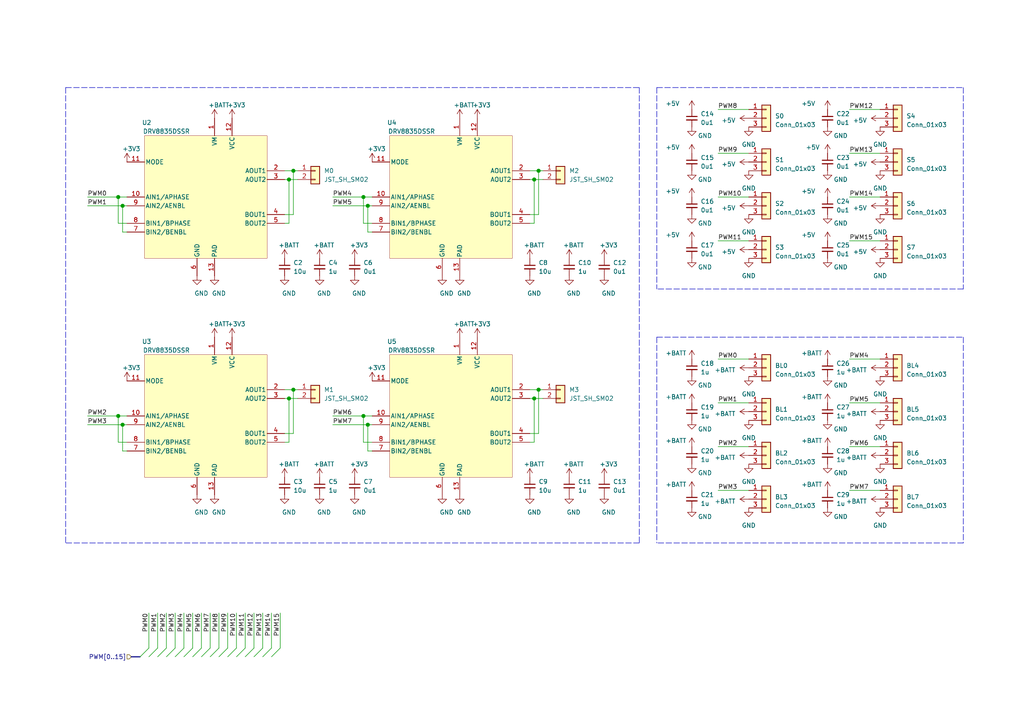
<source format=kicad_sch>
(kicad_sch (version 20210406) (generator eeschema)
  (paper "A4")
  (lib_symbols
    (symbol "Connector_Generic:Conn_01x02" (pin_names hide)
      (property "Reference" "J" (at 0 2.54 0))
      (property "Value" "Conn_01x02" (at 0 -5.08 0))
      (symbol "Conn_01x02_1_1"
        (rectangle (start -1.27 -2.413) (end 0 -2.667) (stroke (width 0.1524)))
        (rectangle (start -1.27 0.127) (end 0 -0.127) (stroke (width 0.1524)))
        (rectangle (start -1.27 1.27) (end 1.27 -3.81) (stroke (width 0.254)) (fill (type background)))
        (pin passive line (at -5.08 0 0) (length 3.81) (name "Pin_1") (number "1"))
        (pin passive line (at -5.08 -2.54 0) (length 3.81) (name "Pin_2") (number "2"))
      )
    )
    (symbol "Connector_Generic:Conn_01x03" (pin_names (offset 1.016) hide)
      (property "Reference" "J" (at 0 5.08 0))
      (property "Value" "Conn_01x03" (at 0 -5.08 0))
      (symbol "Conn_01x03_1_1"
        (rectangle (start -1.27 -2.413) (end 0 -2.667) (stroke (width 0.1524)))
        (rectangle (start -1.27 0.127) (end 0 -0.127) (stroke (width 0.1524)))
        (rectangle (start -1.27 2.667) (end 0 2.413) (stroke (width 0.1524)))
        (rectangle (start -1.27 3.81) (end 1.27 -3.81) (stroke (width 0.254)) (fill (type background)))
        (pin passive line (at -5.08 2.54 0) (length 3.81) (name "Pin_1") (number "1"))
        (pin passive line (at -5.08 0 0) (length 3.81) (name "Pin_2") (number "2"))
        (pin passive line (at -5.08 -2.54 0) (length 3.81) (name "Pin_3") (number "3"))
      )
    )
    (symbol "Device:C_Small" (pin_numbers hide) (pin_names (offset 0.254) hide)
      (property "Reference" "C" (at 0.254 1.778 0))
      (property "Value" "C_Small" (at 0.254 -2.032 0))
      (symbol "C_Small_0_1"
        (polyline (pts (xy -1.524 -0.508) (xy 1.524 -0.508)) (stroke (width 0.3302)))
        (polyline (pts (xy -1.524 0.508) (xy 1.524 0.508)) (stroke (width 0.3048)))
      )
      (symbol "C_Small_1_1"
        (pin passive line (at 0 2.54 270) (length 2.032) (name "~") (number "1"))
        (pin passive line (at 0 -2.54 90) (length 2.032) (name "~") (number "2"))
      )
    )
    (symbol "TI_Motor-Driver:DRV8835DSSR" (pin_names (offset 0.254))
      (property "Reference" "U" (at -11.43 21.59 0))
      (property "Value" "DRV8835DSSR" (at -11.43 19.05 0))
      (symbol "DRV8835DSSR_1_1"
        (rectangle (start -17.78 17.78) (end 17.78 -17.78) (stroke (width 0.0006)) (fill (type background)))
        (pin power_in line (at 2.54 22.86 270) (length 5.08) (name "VM") (number "1"))
        (pin input line (at -22.86 0 0) (length 5.08) (name "AIN1/APHASE") (number "10"))
        (pin input line (at -22.86 10.16 0) (length 5.08) (name "MODE") (number "11"))
        (pin power_in line (at 7.62 22.86 270) (length 5.08) (name "VCC") (number "12"))
        (pin power_in line (at 2.54 -22.86 90) (length 5.08) (name "PAD") (number "13"))
        (pin output line (at 22.86 7.62 180) (length 5.08) (name "AOUT1") (number "2"))
        (pin output line (at 22.86 5.08 180) (length 5.08) (name "AOUT2") (number "3"))
        (pin output line (at 22.86 -5.08 180) (length 5.08) (name "BOUT1") (number "4"))
        (pin output line (at 22.86 -7.62 180) (length 5.08) (name "BOUT2") (number "5"))
        (pin power_in line (at -2.54 -22.86 90) (length 5.08) (name "GND") (number "6"))
        (pin input line (at -22.86 -10.16 0) (length 5.08) (name "BIN2/BENBL") (number "7"))
        (pin input line (at -22.86 -7.62 0) (length 5.08) (name "BIN1/BPHASE") (number "8"))
        (pin input line (at -22.86 -2.54 0) (length 5.08) (name "AIN2/AENBL") (number "9"))
      )
    )
    (symbol "power:+3V3" (power) (pin_names (offset 0))
      (property "Value" "+3V3" (at 0 3.556 0))
      (symbol "+3V3_0_1"
        (polyline (pts (xy -0.762 1.27) (xy 0 2.54)))
        (polyline (pts (xy 0 0) (xy 0 2.54)))
        (polyline (pts (xy 0 2.54) (xy 0.762 1.27)))
      )
      (symbol "+3V3_1_1"
        (pin power_in line (at 0 0 90) (length 0) hide (name "+3V3") (number "1"))
      )
    )
    (symbol "power:+5V" (power) (pin_names (offset 0))
      (property "Value" "+5V" (at 0 3.556 0))
      (symbol "+5V_0_1"
        (polyline (pts (xy -0.762 1.27) (xy 0 2.54)))
        (polyline (pts (xy 0 0) (xy 0 2.54)))
        (polyline (pts (xy 0 2.54) (xy 0.762 1.27)))
      )
      (symbol "+5V_1_1"
        (pin power_in line (at 0 0 90) (length 0) hide (name "+5V") (number "1"))
      )
    )
    (symbol "power:+BATT" (power) (pin_names (offset 0))
      (property "Value" "+BATT" (at 0 3.556 0))
      (symbol "+BATT_0_1"
        (polyline (pts (xy -0.762 1.27) (xy 0 2.54)))
        (polyline (pts (xy 0 0) (xy 0 2.54)))
        (polyline (pts (xy 0 2.54) (xy 0.762 1.27)))
      )
      (symbol "+BATT_1_1"
        (pin power_in line (at 0 0 90) (length 0) hide (name "+BATT") (number "1"))
      )
    )
    (symbol "power:GND" (power) (pin_names (offset 0))
      (property "Value" "GND" (at 0 -3.81 0))
      (symbol "GND_0_1"
        (polyline (pts (xy 0 0) (xy 0 -1.27) (xy 1.27 -1.27) (xy 0 -2.54) (xy -1.27 -1.27) (xy 0 -1.27)))
      )
      (symbol "GND_1_1"
        (pin power_in line (at 0 0 270) (length 0) hide (name "GND") (number "1"))
      )
    )
  )
  (junction (at 34.29 57.15) (diameter 1.016))
  (junction (at 34.29 120.65) (diameter 1.016))
  (junction (at 35.56 59.69) (diameter 1.016))
  (junction (at 35.56 123.19) (diameter 1.016))
  (junction (at 83.82 52.07) (diameter 1.016))
  (junction (at 83.82 115.57) (diameter 1.016))
  (junction (at 85.09 49.53) (diameter 1.016))
  (junction (at 85.09 113.03) (diameter 1.016))
  (junction (at 105.41 57.15) (diameter 1.016))
  (junction (at 105.41 120.65) (diameter 1.016))
  (junction (at 106.68 59.69) (diameter 1.016))
  (junction (at 106.68 123.19) (diameter 1.016))
  (junction (at 154.94 52.07) (diameter 1.016))
  (junction (at 154.94 115.57) (diameter 1.016))
  (junction (at 156.21 49.53) (diameter 1.016))
  (junction (at 156.21 113.03) (diameter 1.016))
  (bus_entry (at 40.64 190.5) (size 2.54 -2.54) (stroke (width 0.1524)))
  (bus_entry (at 43.18 190.5) (size 2.54 -2.54) (stroke (width 0.1524)))
  (bus_entry (at 45.72 190.5) (size 2.54 -2.54) (stroke (width 0.1524)))
  (bus_entry (at 48.26 190.5) (size 2.54 -2.54) (stroke (width 0.1524)))
  (bus_entry (at 50.8 190.5) (size 2.54 -2.54) (stroke (width 0.1524)))
  (bus_entry (at 53.34 190.5) (size 2.54 -2.54) (stroke (width 0.1524)))
  (bus_entry (at 55.88 190.5) (size 2.54 -2.54) (stroke (width 0.1524)))
  (bus_entry (at 58.42 190.5) (size 2.54 -2.54) (stroke (width 0.1524)))
  (bus_entry (at 60.96 190.5) (size 2.54 -2.54) (stroke (width 0.1524)))
  (bus_entry (at 63.5 190.5) (size 2.54 -2.54) (stroke (width 0.1524)))
  (bus_entry (at 66.04 190.5) (size 2.54 -2.54) (stroke (width 0.1524)))
  (bus_entry (at 68.58 190.5) (size 2.54 -2.54) (stroke (width 0.1524)))
  (bus_entry (at 71.12 190.5) (size 2.54 -2.54) (stroke (width 0.1524)))
  (bus_entry (at 73.66 190.5) (size 2.54 -2.54) (stroke (width 0.1524)))
  (bus_entry (at 76.2 190.5) (size 2.54 -2.54) (stroke (width 0.1524)))
  (bus_entry (at 78.74 190.5) (size 2.54 -2.54) (stroke (width 0.1524)))
  (wire (pts (xy 25.4 57.15) (xy 34.29 57.15)))
  (wire (pts (xy 25.4 59.69) (xy 35.56 59.69)))
  (wire (pts (xy 25.4 120.65) (xy 34.29 120.65)))
  (wire (pts (xy 25.4 123.19) (xy 35.56 123.19)))
  (wire (pts (xy 34.29 57.15) (xy 36.83 57.15)))
  (wire (pts (xy 34.29 64.77) (xy 34.29 57.15)))
  (wire (pts (xy 34.29 120.65) (xy 36.83 120.65)))
  (wire (pts (xy 34.29 128.27) (xy 34.29 120.65)))
  (wire (pts (xy 35.56 59.69) (xy 35.56 67.31)))
  (wire (pts (xy 35.56 67.31) (xy 36.83 67.31)))
  (wire (pts (xy 35.56 123.19) (xy 35.56 130.81)))
  (wire (pts (xy 35.56 130.81) (xy 36.83 130.81)))
  (wire (pts (xy 36.83 59.69) (xy 35.56 59.69)))
  (wire (pts (xy 36.83 64.77) (xy 34.29 64.77)))
  (wire (pts (xy 36.83 123.19) (xy 35.56 123.19)))
  (wire (pts (xy 36.83 128.27) (xy 34.29 128.27)))
  (wire (pts (xy 43.18 177.8) (xy 43.18 187.96)))
  (wire (pts (xy 45.72 177.8) (xy 45.72 187.96)))
  (wire (pts (xy 48.26 177.8) (xy 48.26 187.96)))
  (wire (pts (xy 50.8 177.8) (xy 50.8 187.96)))
  (wire (pts (xy 53.34 177.8) (xy 53.34 187.96)))
  (wire (pts (xy 55.88 177.8) (xy 55.88 187.96)))
  (wire (pts (xy 58.42 177.8) (xy 58.42 187.96)))
  (wire (pts (xy 60.96 177.8) (xy 60.96 187.96)))
  (wire (pts (xy 63.5 177.8) (xy 63.5 187.96)))
  (wire (pts (xy 66.04 177.8) (xy 66.04 187.96)))
  (wire (pts (xy 68.58 177.8) (xy 68.58 187.96)))
  (wire (pts (xy 71.12 177.8) (xy 71.12 187.96)))
  (wire (pts (xy 73.66 177.8) (xy 73.66 187.96)))
  (wire (pts (xy 76.2 177.8) (xy 76.2 187.96)))
  (wire (pts (xy 78.74 177.8) (xy 78.74 187.96)))
  (wire (pts (xy 81.28 177.8) (xy 81.28 187.96)))
  (wire (pts (xy 82.55 49.53) (xy 85.09 49.53)))
  (wire (pts (xy 82.55 52.07) (xy 83.82 52.07)))
  (wire (pts (xy 82.55 113.03) (xy 85.09 113.03)))
  (wire (pts (xy 82.55 115.57) (xy 83.82 115.57)))
  (wire (pts (xy 83.82 52.07) (xy 83.82 64.77)))
  (wire (pts (xy 83.82 52.07) (xy 86.36 52.07)))
  (wire (pts (xy 83.82 64.77) (xy 82.55 64.77)))
  (wire (pts (xy 83.82 115.57) (xy 83.82 128.27)))
  (wire (pts (xy 83.82 115.57) (xy 86.36 115.57)))
  (wire (pts (xy 83.82 128.27) (xy 82.55 128.27)))
  (wire (pts (xy 85.09 49.53) (xy 85.09 62.23)))
  (wire (pts (xy 85.09 49.53) (xy 86.36 49.53)))
  (wire (pts (xy 85.09 62.23) (xy 82.55 62.23)))
  (wire (pts (xy 85.09 113.03) (xy 85.09 125.73)))
  (wire (pts (xy 85.09 113.03) (xy 86.36 113.03)))
  (wire (pts (xy 85.09 125.73) (xy 82.55 125.73)))
  (wire (pts (xy 96.52 57.15) (xy 105.41 57.15)))
  (wire (pts (xy 96.52 59.69) (xy 106.68 59.69)))
  (wire (pts (xy 96.52 120.65) (xy 105.41 120.65)))
  (wire (pts (xy 96.52 123.19) (xy 106.68 123.19)))
  (wire (pts (xy 105.41 57.15) (xy 105.41 64.77)))
  (wire (pts (xy 105.41 64.77) (xy 107.95 64.77)))
  (wire (pts (xy 105.41 120.65) (xy 105.41 128.27)))
  (wire (pts (xy 105.41 128.27) (xy 107.95 128.27)))
  (wire (pts (xy 106.68 59.69) (xy 106.68 67.31)))
  (wire (pts (xy 106.68 67.31) (xy 107.95 67.31)))
  (wire (pts (xy 106.68 123.19) (xy 106.68 130.81)))
  (wire (pts (xy 106.68 130.81) (xy 107.95 130.81)))
  (wire (pts (xy 107.95 57.15) (xy 105.41 57.15)))
  (wire (pts (xy 107.95 59.69) (xy 106.68 59.69)))
  (wire (pts (xy 107.95 120.65) (xy 105.41 120.65)))
  (wire (pts (xy 107.95 123.19) (xy 106.68 123.19)))
  (wire (pts (xy 153.67 49.53) (xy 156.21 49.53)))
  (wire (pts (xy 153.67 52.07) (xy 154.94 52.07)))
  (wire (pts (xy 153.67 113.03) (xy 156.21 113.03)))
  (wire (pts (xy 153.67 115.57) (xy 154.94 115.57)))
  (wire (pts (xy 154.94 52.07) (xy 154.94 64.77)))
  (wire (pts (xy 154.94 52.07) (xy 157.48 52.07)))
  (wire (pts (xy 154.94 64.77) (xy 153.67 64.77)))
  (wire (pts (xy 154.94 115.57) (xy 154.94 128.27)))
  (wire (pts (xy 154.94 115.57) (xy 157.48 115.57)))
  (wire (pts (xy 154.94 128.27) (xy 153.67 128.27)))
  (wire (pts (xy 156.21 49.53) (xy 156.21 62.23)))
  (wire (pts (xy 156.21 49.53) (xy 157.48 49.53)))
  (wire (pts (xy 156.21 62.23) (xy 153.67 62.23)))
  (wire (pts (xy 156.21 113.03) (xy 156.21 125.73)))
  (wire (pts (xy 156.21 113.03) (xy 157.48 113.03)))
  (wire (pts (xy 156.21 125.73) (xy 153.67 125.73)))
  (wire (pts (xy 208.28 31.75) (xy 217.17 31.75)))
  (wire (pts (xy 208.28 44.45) (xy 217.17 44.45)))
  (wire (pts (xy 208.28 57.15) (xy 217.17 57.15)))
  (wire (pts (xy 208.28 69.85) (xy 217.17 69.85)))
  (wire (pts (xy 208.28 104.14) (xy 217.17 104.14)))
  (wire (pts (xy 208.28 116.84) (xy 217.17 116.84)))
  (wire (pts (xy 208.28 129.54) (xy 217.17 129.54)))
  (wire (pts (xy 208.28 142.24) (xy 217.17 142.24)))
  (wire (pts (xy 246.38 31.75) (xy 255.27 31.75)))
  (wire (pts (xy 246.38 44.45) (xy 255.27 44.45)))
  (wire (pts (xy 246.38 57.15) (xy 255.27 57.15)))
  (wire (pts (xy 246.38 69.85) (xy 255.27 69.85)))
  (wire (pts (xy 246.38 104.14) (xy 255.27 104.14)))
  (wire (pts (xy 246.38 116.84) (xy 255.27 116.84)))
  (wire (pts (xy 246.38 129.54) (xy 255.27 129.54)))
  (wire (pts (xy 246.38 142.24) (xy 255.27 142.24)))
  (bus (pts (xy 38.1 190.5) (xy 78.74 190.5)))
  (polyline (pts (xy 19.05 25.4) (xy 19.05 157.48)) (stroke (width 0) (type dash)))
  (polyline (pts (xy 19.05 25.4) (xy 185.42 25.4)) (stroke (width 0) (type dash)))
  (polyline (pts (xy 185.42 25.4) (xy 185.42 157.48)) (stroke (width 0) (type dash)))
  (polyline (pts (xy 185.42 157.48) (xy 19.05 157.48)) (stroke (width 0) (type dash)))
  (polyline (pts (xy 190.5 25.4) (xy 190.5 83.82)) (stroke (width 0) (type dash)))
  (polyline (pts (xy 190.5 25.4) (xy 279.4 25.4)) (stroke (width 0) (type dash)))
  (polyline (pts (xy 190.5 97.79) (xy 190.5 157.48)) (stroke (width 0) (type dash)))
  (polyline (pts (xy 190.5 97.79) (xy 279.4 97.79)) (stroke (width 0) (type dash)))
  (polyline (pts (xy 279.4 25.4) (xy 279.4 83.82)) (stroke (width 0) (type dash)))
  (polyline (pts (xy 279.4 83.82) (xy 190.5 83.82)) (stroke (width 0) (type dash)))
  (polyline (pts (xy 279.4 97.79) (xy 279.4 157.48)) (stroke (width 0) (type dash)))
  (polyline (pts (xy 279.4 157.48) (xy 190.5 157.48)) (stroke (width 0) (type dash)))
  (label "PWM0" (at 25.4 57.15 0))
  (label "PWM1" (at 25.4 59.69 0))
  (label "PWM2" (at 25.4 120.65 0))
  (label "PWM3" (at 25.4 123.19 0))
  (label "PWM0" (at 43.18 177.8 270))
  (label "PWM1" (at 45.72 177.8 270))
  (label "PWM2" (at 48.26 177.8 270))
  (label "PWM3" (at 50.8 177.8 270))
  (label "PWM4" (at 53.34 177.8 270))
  (label "PWM5" (at 55.88 177.8 270))
  (label "PWM6" (at 58.42 177.8 270))
  (label "PWM7" (at 60.96 177.8 270))
  (label "PWM8" (at 63.5 177.8 270))
  (label "PWM9" (at 66.04 177.8 270))
  (label "PWM10" (at 68.58 177.8 270))
  (label "PWM11" (at 71.12 177.8 270))
  (label "PWM12" (at 73.66 177.8 270))
  (label "PWM13" (at 76.2 177.8 270))
  (label "PWM14" (at 78.74 177.8 270))
  (label "PWM15" (at 81.28 177.8 270))
  (label "PWM4" (at 96.52 57.15 0))
  (label "PWM5" (at 96.52 59.69 0))
  (label "PWM6" (at 96.52 120.65 0))
  (label "PWM7" (at 96.52 123.19 0))
  (label "PWM8" (at 208.28 31.75 0))
  (label "PWM9" (at 208.28 44.45 0))
  (label "PWM10" (at 208.28 57.15 0))
  (label "PWM11" (at 208.28 69.85 0))
  (label "PWM0" (at 208.28 104.14 0))
  (label "PWM1" (at 208.28 116.84 0))
  (label "PWM2" (at 208.28 129.54 0))
  (label "PWM3" (at 208.28 142.24 0))
  (label "PWM12" (at 246.38 31.75 0))
  (label "PWM13" (at 246.38 44.45 0))
  (label "PWM14" (at 246.38 57.15 0))
  (label "PWM15" (at 246.38 69.85 0))
  (label "PWM4" (at 246.38 104.14 0))
  (label "PWM5" (at 246.38 116.84 0))
  (label "PWM6" (at 246.38 129.54 0))
  (label "PWM7" (at 246.38 142.24 0))
  (hierarchical_label "PWM[0..15]" (shape input) (at 38.1 190.5 180))
  (symbol (lib_id "power:+3V3") (at 36.83 46.99 0) (unit 1)
    (property "Reference" "#PWR0128" (effects hide))
    (property "Value" "+3V3" (at 38.1 43.18 0))
  )
  (symbol (lib_id "power:+3V3") (at 36.83 110.49 0) (unit 1)
    (property "Reference" "#PWR0130" (effects hide))
    (property "Value" "+3V3" (at 38.1 106.68 0))
  )
  (symbol (lib_id "power:+BATT") (at 62.23 34.29 0) (unit 1)
    (property "Reference" "#PWR0124" (effects hide))
    (property "Value" "+BATT" (at 63.5 30.48 0))
  )
  (symbol (lib_id "power:+BATT") (at 62.23 97.79 0) (unit 1)
    (property "Reference" "#PWR0126" (effects hide))
    (property "Value" "+BATT" (at 63.5 93.98 0))
  )
  (symbol (lib_id "power:+3V3") (at 67.31 34.29 0) (unit 1)
    (property "Reference" "#PWR0123" (effects hide))
    (property "Value" "+3V3" (at 68.58 30.48 0))
  )
  (symbol (lib_id "power:+3V3") (at 67.31 97.79 0) (unit 1)
    (property "Reference" "#PWR0127" (effects hide))
    (property "Value" "+3V3" (at 68.58 93.98 0))
  )
  (symbol (lib_id "power:+BATT") (at 82.55 74.93 0) (unit 1)
    (property "Reference" "#PWR0153" (effects hide))
    (property "Value" "+BATT" (at 83.82 71.12 0))
  )
  (symbol (lib_id "power:+BATT") (at 82.55 138.43 0) (unit 1)
    (property "Reference" "#PWR0161" (effects hide))
    (property "Value" "+BATT" (at 83.82 134.62 0))
  )
  (symbol (lib_id "power:+BATT") (at 92.71 74.93 0) (unit 1)
    (property "Reference" "#PWR0142" (effects hide))
    (property "Value" "+BATT" (at 93.98 71.12 0))
  )
  (symbol (lib_id "power:+BATT") (at 92.71 138.43 0) (unit 1)
    (property "Reference" "#PWR0150" (effects hide))
    (property "Value" "+BATT" (at 93.98 134.62 0))
  )
  (symbol (lib_id "power:+3V3") (at 102.87 74.93 0) (unit 1)
    (property "Reference" "#PWR0138" (effects hide))
    (property "Value" "+3V3" (at 104.14 71.12 0))
  )
  (symbol (lib_id "power:+3V3") (at 102.87 138.43 0) (unit 1)
    (property "Reference" "#PWR0151" (effects hide))
    (property "Value" "+3V3" (at 104.14 134.62 0))
  )
  (symbol (lib_id "power:+3V3") (at 107.95 46.99 0) (unit 1)
    (property "Reference" "#PWR0152" (effects hide))
    (property "Value" "+3V3" (at 109.22 43.18 0))
  )
  (symbol (lib_id "power:+3V3") (at 107.95 110.49 0) (unit 1)
    (property "Reference" "#PWR0166" (effects hide))
    (property "Value" "+3V3" (at 109.22 106.68 0))
  )
  (symbol (lib_id "power:+BATT") (at 133.35 34.29 0) (unit 1)
    (property "Reference" "#PWR0147" (effects hide))
    (property "Value" "+BATT" (at 134.62 30.48 0))
  )
  (symbol (lib_id "power:+BATT") (at 133.35 97.79 0) (unit 1)
    (property "Reference" "#PWR0136" (effects hide))
    (property "Value" "+BATT" (at 134.62 93.98 0))
  )
  (symbol (lib_id "power:+3V3") (at 138.43 34.29 0) (unit 1)
    (property "Reference" "#PWR0144" (effects hide))
    (property "Value" "+3V3" (at 139.7 30.48 0))
  )
  (symbol (lib_id "power:+3V3") (at 138.43 97.79 0) (unit 1)
    (property "Reference" "#PWR0135" (effects hide))
    (property "Value" "+3V3" (at 139.7 93.98 0))
  )
  (symbol (lib_id "power:+BATT") (at 153.67 74.93 0) (unit 1)
    (property "Reference" "#PWR0143" (effects hide))
    (property "Value" "+BATT" (at 154.94 71.12 0))
  )
  (symbol (lib_id "power:+BATT") (at 153.67 138.43 0) (unit 1)
    (property "Reference" "#PWR0154" (effects hide))
    (property "Value" "+BATT" (at 154.94 134.62 0))
  )
  (symbol (lib_id "power:+BATT") (at 165.1 74.93 0) (unit 1)
    (property "Reference" "#PWR0146" (effects hide))
    (property "Value" "+BATT" (at 166.37 71.12 0))
  )
  (symbol (lib_id "power:+BATT") (at 165.1 138.43 0) (unit 1)
    (property "Reference" "#PWR0156" (effects hide))
    (property "Value" "+BATT" (at 166.37 134.62 0))
  )
  (symbol (lib_id "power:+3V3") (at 175.26 74.93 0) (unit 1)
    (property "Reference" "#PWR0145" (effects hide))
    (property "Value" "+3V3" (at 176.53 71.12 0))
  )
  (symbol (lib_id "power:+3V3") (at 175.26 138.43 0) (unit 1)
    (property "Reference" "#PWR0158" (effects hide))
    (property "Value" "+3V3" (at 176.53 134.62 0))
  )
  (symbol (lib_id "power:+5V") (at 200.66 31.75 0) (unit 1)
    (property "Reference" "#PWR0188" (effects hide))
    (property "Value" "+5V" (at 193.04 30.0354 0) (effects (justify left)))
  )
  (symbol (lib_id "power:+5V") (at 200.66 44.45 0) (unit 1)
    (property "Reference" "#PWR0190" (effects hide))
    (property "Value" "+5V" (at 193.04 42.7354 0) (effects (justify left)))
  )
  (symbol (lib_id "power:+5V") (at 200.66 57.15 0) (unit 1)
    (property "Reference" "#PWR0192" (effects hide))
    (property "Value" "+5V" (at 193.04 55.4354 0) (effects (justify left)))
  )
  (symbol (lib_id "power:+5V") (at 200.66 69.85 0) (unit 1)
    (property "Reference" "#PWR0194" (effects hide))
    (property "Value" "+5V" (at 193.04 68.1354 0) (effects (justify left)))
  )
  (symbol (lib_id "power:+BATT") (at 200.66 104.14 0) (unit 1)
    (property "Reference" "#PWR0228" (effects hide))
    (property "Value" "+BATT" (at 193.04 102.4254 0) (effects (justify left)))
  )
  (symbol (lib_id "power:+BATT") (at 200.66 116.84 0) (unit 1)
    (property "Reference" "#PWR0222" (effects hide))
    (property "Value" "+BATT" (at 193.04 115.1254 0) (effects (justify left)))
  )
  (symbol (lib_id "power:+BATT") (at 200.66 129.54 0) (unit 1)
    (property "Reference" "#PWR0219" (effects hide))
    (property "Value" "+BATT" (at 193.04 127.8254 0) (effects (justify left)))
  )
  (symbol (lib_id "power:+BATT") (at 200.66 142.24 0) (unit 1)
    (property "Reference" "#PWR0220" (effects hide))
    (property "Value" "+BATT" (at 193.04 140.5254 0) (effects (justify left)))
  )
  (symbol (lib_id "power:+5V") (at 217.17 34.29 90) (unit 1)
    (property "Reference" "#PWR0184" (effects hide))
    (property "Value" "+5V" (at 213.36 34.9249 90) (effects (justify left)))
  )
  (symbol (lib_id "power:+5V") (at 217.17 46.99 90) (unit 1)
    (property "Reference" "#PWR0197" (effects hide))
    (property "Value" "+5V" (at 213.36 47.6249 90) (effects (justify left)))
  )
  (symbol (lib_id "power:+5V") (at 217.17 59.69 90) (unit 1)
    (property "Reference" "#PWR0171" (effects hide))
    (property "Value" "+5V" (at 213.36 60.3249 90) (effects (justify left)))
  )
  (symbol (lib_id "power:+5V") (at 217.17 72.39 90) (unit 1)
    (property "Reference" "#PWR0170" (effects hide))
    (property "Value" "+5V" (at 213.36 73.0249 90) (effects (justify left)))
  )
  (symbol (lib_id "power:+BATT") (at 217.17 106.68 90) (unit 1)
    (property "Reference" "#PWR0201" (effects hide))
    (property "Value" "+BATT" (at 213.36 107.3149 90) (effects (justify left)))
  )
  (symbol (lib_id "power:+BATT") (at 217.17 119.38 90) (unit 1)
    (property "Reference" "#PWR0208" (effects hide))
    (property "Value" "+BATT" (at 213.36 120.0149 90) (effects (justify left)))
  )
  (symbol (lib_id "power:+BATT") (at 217.17 132.08 90) (unit 1)
    (property "Reference" "#PWR0210" (effects hide))
    (property "Value" "+BATT" (at 213.36 132.7149 90) (effects (justify left)))
  )
  (symbol (lib_id "power:+BATT") (at 217.17 144.78 90) (unit 1)
    (property "Reference" "#PWR0206" (effects hide))
    (property "Value" "+BATT" (at 213.36 145.4149 90) (effects (justify left)))
  )
  (symbol (lib_id "power:+5V") (at 240.03 31.75 0) (unit 1)
    (property "Reference" "#PWR0173" (effects hide))
    (property "Value" "+5V" (at 232.41 30.0354 0) (effects (justify left)))
  )
  (symbol (lib_id "power:+5V") (at 240.03 44.45 0) (unit 1)
    (property "Reference" "#PWR0174" (effects hide))
    (property "Value" "+5V" (at 233.68 42.7354 0) (effects (justify left)))
  )
  (symbol (lib_id "power:+5V") (at 240.03 57.15 0) (unit 1)
    (property "Reference" "#PWR0177" (effects hide))
    (property "Value" "+5V" (at 232.41 55.4354 0) (effects (justify left)))
  )
  (symbol (lib_id "power:+5V") (at 240.03 69.85 0) (unit 1)
    (property "Reference" "#PWR0178" (effects hide))
    (property "Value" "+5V" (at 232.41 68.1354 0) (effects (justify left)))
  )
  (symbol (lib_id "power:+BATT") (at 240.03 104.14 0) (unit 1)
    (property "Reference" "#PWR0227" (effects hide))
    (property "Value" "+BATT" (at 232.41 102.4254 0) (effects (justify left)))
  )
  (symbol (lib_id "power:+BATT") (at 240.03 116.84 0) (unit 1)
    (property "Reference" "#PWR0203" (effects hide))
    (property "Value" "+BATT" (at 232.41 115.1254 0) (effects (justify left)))
  )
  (symbol (lib_id "power:+BATT") (at 240.03 129.54 0) (unit 1)
    (property "Reference" "#PWR0213" (effects hide))
    (property "Value" "+BATT" (at 232.41 127.8254 0) (effects (justify left)))
  )
  (symbol (lib_id "power:+BATT") (at 240.03 142.24 0) (unit 1)
    (property "Reference" "#PWR0200" (effects hide))
    (property "Value" "+BATT" (at 232.41 140.5254 0) (effects (justify left)))
  )
  (symbol (lib_id "power:+5V") (at 255.27 34.29 90) (unit 1)
    (property "Reference" "#PWR0180" (effects hide))
    (property "Value" "+5V" (at 251.46 34.9249 90) (effects (justify left)))
  )
  (symbol (lib_id "power:+5V") (at 255.27 46.99 90) (unit 1)
    (property "Reference" "#PWR0179" (effects hide))
    (property "Value" "+5V" (at 251.46 47.6249 90) (effects (justify left)))
  )
  (symbol (lib_id "power:+5V") (at 255.27 59.69 90) (unit 1)
    (property "Reference" "#PWR0175" (effects hide))
    (property "Value" "+5V" (at 251.46 60.3249 90) (effects (justify left)))
  )
  (symbol (lib_id "power:+5V") (at 255.27 72.39 90) (unit 1)
    (property "Reference" "#PWR0176" (effects hide))
    (property "Value" "+5V" (at 251.46 73.0249 90) (effects (justify left)))
  )
  (symbol (lib_id "power:+BATT") (at 255.27 106.68 90) (unit 1)
    (property "Reference" "#PWR0230" (effects hide))
    (property "Value" "+BATT" (at 251.46 107.3149 90) (effects (justify left)))
  )
  (symbol (lib_id "power:+BATT") (at 255.27 119.38 90) (unit 1)
    (property "Reference" "#PWR0229" (effects hide))
    (property "Value" "+BATT" (at 251.46 120.0149 90) (effects (justify left)))
  )
  (symbol (lib_id "power:+BATT") (at 255.27 132.08 90) (unit 1)
    (property "Reference" "#PWR0225" (effects hide))
    (property "Value" "+BATT" (at 251.46 132.7149 90) (effects (justify left)))
  )
  (symbol (lib_id "power:+BATT") (at 255.27 144.78 90) (unit 1)
    (property "Reference" "#PWR0224" (effects hide))
    (property "Value" "+BATT" (at 251.46 145.4149 90) (effects (justify left)))
  )
  (symbol (lib_id "power:GND") (at 57.15 80.01 0) (unit 1)
    (property "Reference" "#PWR0129" (effects hide))
    (property "Value" "GND" (at 58.42 85.09 0))
  )
  (symbol (lib_id "power:GND") (at 57.15 143.51 0) (unit 1)
    (property "Reference" "#PWR0131" (effects hide))
    (property "Value" "GND" (at 58.42 148.59 0))
  )
  (symbol (lib_id "power:GND") (at 62.23 80.01 0) (unit 1)
    (property "Reference" "#PWR0125" (effects hide))
    (property "Value" "GND" (at 63.5 85.09 0))
  )
  (symbol (lib_id "power:GND") (at 62.23 143.51 0) (unit 1)
    (property "Reference" "#PWR0132" (effects hide))
    (property "Value" "GND" (at 63.5 148.59 0))
  )
  (symbol (lib_id "power:GND") (at 82.55 80.01 0) (unit 1)
    (property "Reference" "#PWR0141" (effects hide))
    (property "Value" "GND" (at 83.82 85.09 0))
  )
  (symbol (lib_id "power:GND") (at 82.55 143.51 0) (unit 1)
    (property "Reference" "#PWR0160" (effects hide))
    (property "Value" "GND" (at 83.82 148.59 0))
  )
  (symbol (lib_id "power:GND") (at 92.71 80.01 0) (unit 1)
    (property "Reference" "#PWR0140" (effects hide))
    (property "Value" "GND" (at 93.98 85.09 0))
  )
  (symbol (lib_id "power:GND") (at 92.71 143.51 0) (unit 1)
    (property "Reference" "#PWR0163" (effects hide))
    (property "Value" "GND" (at 93.98 148.59 0))
  )
  (symbol (lib_id "power:GND") (at 102.87 80.01 0) (unit 1)
    (property "Reference" "#PWR0139" (effects hide))
    (property "Value" "GND" (at 104.14 85.09 0))
  )
  (symbol (lib_id "power:GND") (at 102.87 143.51 0) (unit 1)
    (property "Reference" "#PWR0162" (effects hide))
    (property "Value" "GND" (at 104.14 148.59 0))
  )
  (symbol (lib_id "power:GND") (at 128.27 80.01 0) (unit 1)
    (property "Reference" "#PWR0133" (effects hide))
    (property "Value" "GND" (at 129.54 85.09 0))
  )
  (symbol (lib_id "power:GND") (at 128.27 143.51 0) (unit 1)
    (property "Reference" "#PWR0165" (effects hide))
    (property "Value" "GND" (at 129.54 148.59 0))
  )
  (symbol (lib_id "power:GND") (at 133.35 80.01 0) (unit 1)
    (property "Reference" "#PWR0134" (effects hide))
    (property "Value" "GND" (at 134.62 85.09 0))
  )
  (symbol (lib_id "power:GND") (at 133.35 143.51 0) (unit 1)
    (property "Reference" "#PWR0164" (effects hide))
    (property "Value" "GND" (at 134.62 148.59 0))
  )
  (symbol (lib_id "power:GND") (at 153.67 80.01 0) (unit 1)
    (property "Reference" "#PWR0137" (effects hide))
    (property "Value" "GND" (at 154.94 85.09 0))
  )
  (symbol (lib_id "power:GND") (at 153.67 143.51 0) (unit 1)
    (property "Reference" "#PWR0155" (effects hide))
    (property "Value" "GND" (at 154.94 148.59 0))
  )
  (symbol (lib_id "power:GND") (at 165.1 80.01 0) (unit 1)
    (property "Reference" "#PWR0148" (effects hide))
    (property "Value" "GND" (at 166.37 85.09 0))
  )
  (symbol (lib_id "power:GND") (at 165.1 143.51 0) (unit 1)
    (property "Reference" "#PWR0159" (effects hide))
    (property "Value" "GND" (at 166.37 148.59 0))
  )
  (symbol (lib_id "power:GND") (at 175.26 80.01 0) (unit 1)
    (property "Reference" "#PWR0149" (effects hide))
    (property "Value" "GND" (at 176.53 85.09 0))
  )
  (symbol (lib_id "power:GND") (at 175.26 143.51 0) (unit 1)
    (property "Reference" "#PWR0157" (effects hide))
    (property "Value" "GND" (at 176.53 148.59 0))
  )
  (symbol (lib_id "power:GND") (at 200.66 36.83 0) (unit 1)
    (property "Reference" "#PWR0191" (effects hide))
    (property "Value" "GND" (at 204.47 39.37 0))
  )
  (symbol (lib_id "power:GND") (at 200.66 49.53 0) (unit 1)
    (property "Reference" "#PWR0189" (effects hide))
    (property "Value" "GND" (at 204.47 52.07 0))
  )
  (symbol (lib_id "power:GND") (at 200.66 62.23 0) (unit 1)
    (property "Reference" "#PWR0195" (effects hide))
    (property "Value" "GND" (at 204.47 64.77 0))
  )
  (symbol (lib_id "power:GND") (at 200.66 74.93 0) (unit 1)
    (property "Reference" "#PWR0193" (effects hide))
    (property "Value" "GND" (at 204.47 77.47 0))
  )
  (symbol (lib_id "power:GND") (at 200.66 109.22 0) (unit 1)
    (property "Reference" "#PWR0214" (effects hide))
    (property "Value" "GND" (at 204.47 111.76 0))
  )
  (symbol (lib_id "power:GND") (at 200.66 121.92 0) (unit 1)
    (property "Reference" "#PWR0221" (effects hide))
    (property "Value" "GND" (at 204.47 124.46 0))
  )
  (symbol (lib_id "power:GND") (at 200.66 134.62 0) (unit 1)
    (property "Reference" "#PWR0223" (effects hide))
    (property "Value" "GND" (at 204.47 137.16 0))
  )
  (symbol (lib_id "power:GND") (at 200.66 147.32 0) (unit 1)
    (property "Reference" "#PWR0226" (effects hide))
    (property "Value" "GND" (at 204.47 149.86 0))
  )
  (symbol (lib_id "power:GND") (at 217.17 36.83 0) (unit 1)
    (property "Reference" "#PWR0172" (effects hide))
    (property "Value" "GND" (at 217.17 41.91 0))
  )
  (symbol (lib_id "power:GND") (at 217.17 49.53 0) (unit 1)
    (property "Reference" "#PWR0198" (effects hide))
    (property "Value" "GND" (at 217.17 54.61 0))
  )
  (symbol (lib_id "power:GND") (at 217.17 62.23 0) (unit 1)
    (property "Reference" "#PWR0196" (effects hide))
    (property "Value" "GND" (at 217.17 67.31 0))
  )
  (symbol (lib_id "power:GND") (at 217.17 74.93 0) (unit 1)
    (property "Reference" "#PWR0169" (effects hide))
    (property "Value" "GND" (at 217.17 80.01 0))
  )
  (symbol (lib_id "power:GND") (at 217.17 109.22 0) (unit 1)
    (property "Reference" "#PWR0202" (effects hide))
    (property "Value" "GND" (at 217.17 114.3 0))
  )
  (symbol (lib_id "power:GND") (at 217.17 121.92 0) (unit 1)
    (property "Reference" "#PWR0209" (effects hide))
    (property "Value" "GND" (at 217.17 127 0))
  )
  (symbol (lib_id "power:GND") (at 217.17 134.62 0) (unit 1)
    (property "Reference" "#PWR0211" (effects hide))
    (property "Value" "GND" (at 217.17 139.7 0))
  )
  (symbol (lib_id "power:GND") (at 217.17 147.32 0) (unit 1)
    (property "Reference" "#PWR0207" (effects hide))
    (property "Value" "GND" (at 217.17 152.4 0))
  )
  (symbol (lib_id "power:GND") (at 240.03 36.83 0) (unit 1)
    (property "Reference" "#PWR0167" (effects hide))
    (property "Value" "GND" (at 243.84 39.37 0))
  )
  (symbol (lib_id "power:GND") (at 240.03 49.53 0) (unit 1)
    (property "Reference" "#PWR0182" (effects hide))
    (property "Value" "GND" (at 243.84 52.07 0))
  )
  (symbol (lib_id "power:GND") (at 240.03 62.23 0) (unit 1)
    (property "Reference" "#PWR0183" (effects hide))
    (property "Value" "GND" (at 243.84 64.77 0))
  )
  (symbol (lib_id "power:GND") (at 240.03 74.93 0) (unit 1)
    (property "Reference" "#PWR0168" (effects hide))
    (property "Value" "GND" (at 243.84 77.47 0))
  )
  (symbol (lib_id "power:GND") (at 240.03 109.22 0) (unit 1)
    (property "Reference" "#PWR0204" (effects hide))
    (property "Value" "GND" (at 243.84 111.76 0))
  )
  (symbol (lib_id "power:GND") (at 240.03 121.92 0) (unit 1)
    (property "Reference" "#PWR0212" (effects hide))
    (property "Value" "GND" (at 243.84 124.46 0))
  )
  (symbol (lib_id "power:GND") (at 240.03 134.62 0) (unit 1)
    (property "Reference" "#PWR0199" (effects hide))
    (property "Value" "GND" (at 243.84 137.16 0))
  )
  (symbol (lib_id "power:GND") (at 240.03 147.32 0) (unit 1)
    (property "Reference" "#PWR0205" (effects hide))
    (property "Value" "GND" (at 243.84 149.86 0))
  )
  (symbol (lib_id "power:GND") (at 255.27 36.83 0) (unit 1)
    (property "Reference" "#PWR0181" (effects hide))
    (property "Value" "GND" (at 255.27 41.91 0))
  )
  (symbol (lib_id "power:GND") (at 255.27 49.53 0) (unit 1)
    (property "Reference" "#PWR0185" (effects hide))
    (property "Value" "GND" (at 255.27 54.61 0))
  )
  (symbol (lib_id "power:GND") (at 255.27 62.23 0) (unit 1)
    (property "Reference" "#PWR0187" (effects hide))
    (property "Value" "GND" (at 255.27 67.31 0))
  )
  (symbol (lib_id "power:GND") (at 255.27 74.93 0) (unit 1)
    (property "Reference" "#PWR0186" (effects hide))
    (property "Value" "GND" (at 255.27 80.01 0))
  )
  (symbol (lib_id "power:GND") (at 255.27 109.22 0) (unit 1)
    (property "Reference" "#PWR0216" (effects hide))
    (property "Value" "GND" (at 255.27 114.3 0))
  )
  (symbol (lib_id "power:GND") (at 255.27 121.92 0) (unit 1)
    (property "Reference" "#PWR0215" (effects hide))
    (property "Value" "GND" (at 255.27 127 0))
  )
  (symbol (lib_id "power:GND") (at 255.27 134.62 0) (unit 1)
    (property "Reference" "#PWR0217" (effects hide))
    (property "Value" "GND" (at 255.27 139.7 0))
  )
  (symbol (lib_id "power:GND") (at 255.27 147.32 0) (unit 1)
    (property "Reference" "#PWR0218" (effects hide))
    (property "Value" "GND" (at 255.27 152.4 0))
  )
  (symbol (lib_id "Device:C_Small") (at 82.55 77.47 0) (unit 1)
    (property "Reference" "C2" (at 85.09 76.2 0) (effects (justify left)))
    (property "Value" "10u" (at 85.09 78.74 0) (effects (justify left)))
    (property "Footprint" "Capacitor_SMD:C_0603_1608Metric" (effects hide))
  )
  (symbol (lib_id "Device:C_Small") (at 82.55 140.97 0) (unit 1)
    (property "Reference" "C3" (at 85.09 139.7 0) (effects (justify left)))
    (property "Value" "10u" (at 85.09 142.24 0) (effects (justify left)))
    (property "Footprint" "Capacitor_SMD:C_0603_1608Metric" (effects hide))
  )
  (symbol (lib_id "Device:C_Small") (at 92.71 77.47 0) (unit 1)
    (property "Reference" "C4" (at 95.25 76.2 0) (effects (justify left)))
    (property "Value" "1u" (at 95.25 78.74 0) (effects (justify left)))
    (property "Footprint" "Capacitor_SMD:C_0402_1005Metric" (effects hide))
  )
  (symbol (lib_id "Device:C_Small") (at 92.71 140.97 0) (unit 1)
    (property "Reference" "C5" (at 95.25 139.7 0) (effects (justify left)))
    (property "Value" "1u" (at 95.25 142.24 0) (effects (justify left)))
    (property "Footprint" "Capacitor_SMD:C_0402_1005Metric" (effects hide))
  )
  (symbol (lib_id "Device:C_Small") (at 102.87 77.47 0) (unit 1)
    (property "Reference" "C6" (at 105.41 76.2 0) (effects (justify left)))
    (property "Value" "0u1" (at 105.41 78.74 0) (effects (justify left)))
    (property "Footprint" "Capacitor_SMD:C_0402_1005Metric" (effects hide))
  )
  (symbol (lib_id "Device:C_Small") (at 102.87 140.97 0) (unit 1)
    (property "Reference" "C7" (at 105.41 139.7 0) (effects (justify left)))
    (property "Value" "0u1" (at 105.41 142.24 0) (effects (justify left)))
    (property "Footprint" "Capacitor_SMD:C_0402_1005Metric" (effects hide))
  )
  (symbol (lib_id "Device:C_Small") (at 153.67 77.47 0) (unit 1)
    (property "Reference" "C8" (at 156.21 76.2 0) (effects (justify left)))
    (property "Value" "10u" (at 156.21 78.74 0) (effects (justify left)))
    (property "Footprint" "Capacitor_SMD:C_0603_1608Metric" (effects hide))
  )
  (symbol (lib_id "Device:C_Small") (at 153.67 140.97 0) (unit 1)
    (property "Reference" "C9" (at 156.21 139.7 0) (effects (justify left)))
    (property "Value" "10u" (at 156.21 142.24 0) (effects (justify left)))
    (property "Footprint" "Capacitor_SMD:C_0603_1608Metric" (effects hide))
  )
  (symbol (lib_id "Device:C_Small") (at 165.1 77.47 0) (unit 1)
    (property "Reference" "C10" (at 167.64 76.2 0) (effects (justify left)))
    (property "Value" "1u" (at 167.64 78.74 0) (effects (justify left)))
    (property "Footprint" "Capacitor_SMD:C_0402_1005Metric" (effects hide))
  )
  (symbol (lib_id "Device:C_Small") (at 165.1 140.97 0) (unit 1)
    (property "Reference" "C11" (at 167.64 139.7 0) (effects (justify left)))
    (property "Value" "1u" (at 167.64 142.24 0) (effects (justify left)))
    (property "Footprint" "Capacitor_SMD:C_0402_1005Metric" (effects hide))
  )
  (symbol (lib_id "Device:C_Small") (at 175.26 77.47 0) (unit 1)
    (property "Reference" "C12" (at 177.8 76.2 0) (effects (justify left)))
    (property "Value" "0u1" (at 177.8 78.74 0) (effects (justify left)))
    (property "Footprint" "Capacitor_SMD:C_0402_1005Metric" (effects hide))
  )
  (symbol (lib_id "Device:C_Small") (at 175.26 140.97 0) (unit 1)
    (property "Reference" "C13" (at 177.8 139.7 0) (effects (justify left)))
    (property "Value" "0u1" (at 177.8 142.24 0) (effects (justify left)))
    (property "Footprint" "Capacitor_SMD:C_0402_1005Metric" (effects hide))
  )
  (symbol (lib_id "Device:C_Small") (at 200.66 34.29 0) (unit 1)
    (property "Reference" "C14" (at 203.2 33.02 0) (effects (justify left)))
    (property "Value" "0u1" (at 203.2 35.56 0) (effects (justify left)))
    (property "Footprint" "Capacitor_SMD:C_0402_1005Metric" (effects hide))
  )
  (symbol (lib_id "Device:C_Small") (at 200.66 46.99 0) (unit 1)
    (property "Reference" "C15" (at 203.2 45.72 0) (effects (justify left)))
    (property "Value" "0u1" (at 203.2 48.26 0) (effects (justify left)))
    (property "Footprint" "Capacitor_SMD:C_0402_1005Metric" (effects hide))
  )
  (symbol (lib_id "Device:C_Small") (at 200.66 59.69 0) (unit 1)
    (property "Reference" "C16" (at 203.2 58.42 0) (effects (justify left)))
    (property "Value" "0u1" (at 203.2 60.96 0) (effects (justify left)))
    (property "Footprint" "Capacitor_SMD:C_0402_1005Metric" (effects hide))
  )
  (symbol (lib_id "Device:C_Small") (at 200.66 72.39 0) (unit 1)
    (property "Reference" "C17" (at 203.2 71.12 0) (effects (justify left)))
    (property "Value" "0u1" (at 203.2 73.66 0) (effects (justify left)))
    (property "Footprint" "Capacitor_SMD:C_0402_1005Metric" (effects hide))
  )
  (symbol (lib_id "Device:C_Small") (at 200.66 106.68 0) (unit 1)
    (property "Reference" "C18" (at 203.2 105.41 0) (effects (justify left)))
    (property "Value" "1u" (at 203.2 107.95 0) (effects (justify left)))
    (property "Footprint" "Capacitor_SMD:C_0402_1005Metric" (effects hide))
  )
  (symbol (lib_id "Device:C_Small") (at 200.66 119.38 0) (unit 1)
    (property "Reference" "C19" (at 203.2 118.11 0) (effects (justify left)))
    (property "Value" "1u" (at 203.2 120.65 0) (effects (justify left)))
    (property "Footprint" "Capacitor_SMD:C_0402_1005Metric" (effects hide))
  )
  (symbol (lib_id "Device:C_Small") (at 200.66 132.08 0) (unit 1)
    (property "Reference" "C20" (at 203.2 130.81 0) (effects (justify left)))
    (property "Value" "1u" (at 203.2 133.35 0) (effects (justify left)))
    (property "Footprint" "Capacitor_SMD:C_0402_1005Metric" (effects hide))
  )
  (symbol (lib_id "Device:C_Small") (at 200.66 144.78 0) (unit 1)
    (property "Reference" "C21" (at 203.2 143.51 0) (effects (justify left)))
    (property "Value" "1u" (at 203.2 146.05 0) (effects (justify left)))
    (property "Footprint" "Capacitor_SMD:C_0402_1005Metric" (effects hide))
  )
  (symbol (lib_id "Device:C_Small") (at 240.03 34.29 0) (unit 1)
    (property "Reference" "C22" (at 242.57 33.02 0) (effects (justify left)))
    (property "Value" "0u1" (at 242.57 35.56 0) (effects (justify left)))
    (property "Footprint" "Capacitor_SMD:C_0402_1005Metric" (effects hide))
  )
  (symbol (lib_id "Device:C_Small") (at 240.03 46.99 0) (unit 1)
    (property "Reference" "C23" (at 242.57 45.72 0) (effects (justify left)))
    (property "Value" "0u1" (at 242.57 48.26 0) (effects (justify left)))
    (property "Footprint" "Capacitor_SMD:C_0402_1005Metric" (effects hide))
  )
  (symbol (lib_id "Device:C_Small") (at 240.03 59.69 0) (unit 1)
    (property "Reference" "C24" (at 242.57 58.42 0) (effects (justify left)))
    (property "Value" "0u1" (at 242.57 60.96 0) (effects (justify left)))
    (property "Footprint" "Capacitor_SMD:C_0402_1005Metric" (effects hide))
  )
  (symbol (lib_id "Device:C_Small") (at 240.03 72.39 0) (unit 1)
    (property "Reference" "C25" (at 242.57 71.12 0) (effects (justify left)))
    (property "Value" "0u1" (at 242.57 73.66 0) (effects (justify left)))
    (property "Footprint" "Capacitor_SMD:C_0402_1005Metric" (effects hide))
  )
  (symbol (lib_id "Device:C_Small") (at 240.03 106.68 0) (unit 1)
    (property "Reference" "C26" (at 242.57 105.41 0) (effects (justify left)))
    (property "Value" "1u" (at 242.57 107.95 0) (effects (justify left)))
    (property "Footprint" "Capacitor_SMD:C_0402_1005Metric" (effects hide))
  )
  (symbol (lib_id "Device:C_Small") (at 240.03 119.38 0) (unit 1)
    (property "Reference" "C27" (at 242.57 118.11 0) (effects (justify left)))
    (property "Value" "1u" (at 242.57 120.65 0) (effects (justify left)))
    (property "Footprint" "Capacitor_SMD:C_0402_1005Metric" (effects hide))
  )
  (symbol (lib_id "Device:C_Small") (at 240.03 132.08 0) (unit 1)
    (property "Reference" "C28" (at 242.57 130.81 0) (effects (justify left)))
    (property "Value" "1u" (at 242.57 133.35 0) (effects (justify left)))
    (property "Footprint" "Capacitor_SMD:C_0402_1005Metric" (effects hide))
  )
  (symbol (lib_id "Device:C_Small") (at 240.03 144.78 0) (unit 1)
    (property "Reference" "C29" (at 242.57 143.51 0) (effects (justify left)))
    (property "Value" "1u" (at 242.57 146.05 0) (effects (justify left)))
    (property "Footprint" "Capacitor_SMD:C_0402_1005Metric" (effects hide))
  )
  (symbol (lib_id "Connector_Generic:Conn_01x02") (at 91.44 49.53 0) (unit 1)
    (property "Reference" "M0" (at 93.98 49.53 0) (effects (justify left)))
    (property "Value" "JST_SH_SM02" (at 93.98 52.07 0) (effects (justify left)))
    (property "Footprint" "Connector_JST:JST_GH_SM02B-GHS-TB_1x02-1MP_P1.25mm_Horizontal" (effects hide))
  )
  (symbol (lib_id "Connector_Generic:Conn_01x02") (at 91.44 113.03 0) (unit 1)
    (property "Reference" "M1" (at 93.98 113.03 0) (effects (justify left)))
    (property "Value" "JST_SH_SM02" (at 93.98 115.57 0) (effects (justify left)))
    (property "Footprint" "Connector_JST:JST_GH_SM02B-GHS-TB_1x02-1MP_P1.25mm_Horizontal" (effects hide))
  )
  (symbol (lib_id "Connector_Generic:Conn_01x02") (at 162.56 49.53 0) (unit 1)
    (property "Reference" "M2" (at 165.1 49.53 0) (effects (justify left)))
    (property "Value" "JST_SH_SM02" (at 165.1 52.07 0) (effects (justify left)))
    (property "Footprint" "Connector_JST:JST_GH_SM02B-GHS-TB_1x02-1MP_P1.25mm_Horizontal" (effects hide))
  )
  (symbol (lib_id "Connector_Generic:Conn_01x02") (at 162.56 113.03 0) (unit 1)
    (property "Reference" "M3" (at 165.1 113.03 0) (effects (justify left)))
    (property "Value" "JST_SH_SM02" (at 165.1 115.57 0) (effects (justify left)))
    (property "Footprint" "Connector_JST:JST_GH_SM02B-GHS-TB_1x02-1MP_P1.25mm_Horizontal" (effects hide))
  )
  (symbol (lib_id "Connector_Generic:Conn_01x03") (at 222.25 34.29 0) (unit 1)
    (property "Reference" "S0" (at 224.79 33.6549 0) (effects (justify left)))
    (property "Value" "Conn_01x03" (at 224.79 36.1949 0) (effects (justify left)))
    (property "Footprint" "Connector_JST:JST_GH_SM03B-GHS-TB_1x03-1MP_P1.25mm_Horizontal" (effects hide))
  )
  (symbol (lib_id "Connector_Generic:Conn_01x03") (at 222.25 46.99 0) (unit 1)
    (property "Reference" "S1" (at 224.79 46.3549 0) (effects (justify left)))
    (property "Value" "Conn_01x03" (at 224.79 48.8949 0) (effects (justify left)))
    (property "Footprint" "Connector_JST:JST_GH_SM03B-GHS-TB_1x03-1MP_P1.25mm_Horizontal" (effects hide))
  )
  (symbol (lib_id "Connector_Generic:Conn_01x03") (at 222.25 59.69 0) (unit 1)
    (property "Reference" "S2" (at 224.79 59.0549 0) (effects (justify left)))
    (property "Value" "Conn_01x03" (at 224.79 61.5949 0) (effects (justify left)))
    (property "Footprint" "Connector_JST:JST_GH_SM03B-GHS-TB_1x03-1MP_P1.25mm_Horizontal" (effects hide))
  )
  (symbol (lib_id "Connector_Generic:Conn_01x03") (at 222.25 72.39 0) (unit 1)
    (property "Reference" "S3" (at 224.79 71.7549 0) (effects (justify left)))
    (property "Value" "Conn_01x03" (at 224.79 74.2949 0) (effects (justify left)))
    (property "Footprint" "Connector_JST:JST_GH_SM03B-GHS-TB_1x03-1MP_P1.25mm_Horizontal" (effects hide))
  )
  (symbol (lib_id "Connector_Generic:Conn_01x03") (at 222.25 106.68 0) (unit 1)
    (property "Reference" "BL0" (at 224.79 106.0449 0) (effects (justify left)))
    (property "Value" "Conn_01x03" (at 224.79 108.5849 0) (effects (justify left)))
    (property "Footprint" "Connector_JST:JST_GH_SM03B-GHS-TB_1x03-1MP_P1.25mm_Horizontal" (effects hide))
  )
  (symbol (lib_id "Connector_Generic:Conn_01x03") (at 222.25 119.38 0) (unit 1)
    (property "Reference" "BL1" (at 224.79 118.7449 0) (effects (justify left)))
    (property "Value" "Conn_01x03" (at 224.79 121.2849 0) (effects (justify left)))
    (property "Footprint" "Connector_JST:JST_GH_SM03B-GHS-TB_1x03-1MP_P1.25mm_Horizontal" (effects hide))
  )
  (symbol (lib_id "Connector_Generic:Conn_01x03") (at 222.25 132.08 0) (unit 1)
    (property "Reference" "BL2" (at 224.79 131.4449 0) (effects (justify left)))
    (property "Value" "Conn_01x03" (at 224.79 133.9849 0) (effects (justify left)))
    (property "Footprint" "Connector_JST:JST_GH_SM03B-GHS-TB_1x03-1MP_P1.25mm_Horizontal" (effects hide))
  )
  (symbol (lib_id "Connector_Generic:Conn_01x03") (at 222.25 144.78 0) (unit 1)
    (property "Reference" "BL3" (at 224.79 144.1449 0) (effects (justify left)))
    (property "Value" "Conn_01x03" (at 224.79 146.6849 0) (effects (justify left)))
    (property "Footprint" "Connector_JST:JST_GH_SM03B-GHS-TB_1x03-1MP_P1.25mm_Horizontal" (effects hide))
  )
  (symbol (lib_id "Connector_Generic:Conn_01x03") (at 260.35 34.29 0) (unit 1)
    (property "Reference" "S4" (at 262.89 33.6549 0) (effects (justify left)))
    (property "Value" "Conn_01x03" (at 262.89 36.1949 0) (effects (justify left)))
    (property "Footprint" "Connector_JST:JST_GH_SM03B-GHS-TB_1x03-1MP_P1.25mm_Horizontal" (effects hide))
  )
  (symbol (lib_id "Connector_Generic:Conn_01x03") (at 260.35 46.99 0) (unit 1)
    (property "Reference" "S5" (at 262.89 46.3549 0) (effects (justify left)))
    (property "Value" "Conn_01x03" (at 262.89 48.8949 0) (effects (justify left)))
    (property "Footprint" "Connector_JST:JST_GH_SM03B-GHS-TB_1x03-1MP_P1.25mm_Horizontal" (effects hide))
  )
  (symbol (lib_id "Connector_Generic:Conn_01x03") (at 260.35 59.69 0) (unit 1)
    (property "Reference" "S6" (at 262.89 59.0549 0) (effects (justify left)))
    (property "Value" "Conn_01x03" (at 262.89 61.5949 0) (effects (justify left)))
    (property "Footprint" "Connector_JST:JST_GH_SM03B-GHS-TB_1x03-1MP_P1.25mm_Horizontal" (effects hide))
  )
  (symbol (lib_id "Connector_Generic:Conn_01x03") (at 260.35 72.39 0) (unit 1)
    (property "Reference" "S7" (at 262.89 71.7549 0) (effects (justify left)))
    (property "Value" "Conn_01x03" (at 262.89 74.2949 0) (effects (justify left)))
    (property "Footprint" "Connector_JST:JST_GH_SM03B-GHS-TB_1x03-1MP_P1.25mm_Horizontal" (effects hide))
  )
  (symbol (lib_id "Connector_Generic:Conn_01x03") (at 260.35 106.68 0) (unit 1)
    (property "Reference" "BL4" (at 262.89 106.0449 0) (effects (justify left)))
    (property "Value" "Conn_01x03" (at 262.89 108.5849 0) (effects (justify left)))
    (property "Footprint" "Connector_JST:JST_GH_SM03B-GHS-TB_1x03-1MP_P1.25mm_Horizontal" (effects hide))
  )
  (symbol (lib_id "Connector_Generic:Conn_01x03") (at 260.35 119.38 0) (unit 1)
    (property "Reference" "BL5" (at 262.89 118.7449 0) (effects (justify left)))
    (property "Value" "Conn_01x03" (at 262.89 121.2849 0) (effects (justify left)))
    (property "Footprint" "Connector_JST:JST_GH_SM03B-GHS-TB_1x03-1MP_P1.25mm_Horizontal" (effects hide))
  )
  (symbol (lib_id "Connector_Generic:Conn_01x03") (at 260.35 132.08 0) (unit 1)
    (property "Reference" "BL6" (at 262.89 131.4449 0) (effects (justify left)))
    (property "Value" "Conn_01x03" (at 262.89 133.9849 0) (effects (justify left)))
    (property "Footprint" "Connector_JST:JST_GH_SM03B-GHS-TB_1x03-1MP_P1.25mm_Horizontal" (effects hide))
  )
  (symbol (lib_id "Connector_Generic:Conn_01x03") (at 260.35 144.78 0) (unit 1)
    (property "Reference" "BL7" (at 262.89 144.1449 0) (effects (justify left)))
    (property "Value" "Conn_01x03" (at 262.89 146.6849 0) (effects (justify left)))
    (property "Footprint" "Connector_JST:JST_GH_SM03B-GHS-TB_1x03-1MP_P1.25mm_Horizontal" (effects hide))
  )
  (symbol (lib_id "TI_Motor-Driver:DRV8835DSSR") (at 59.69 57.15 0) (unit 1)
    (property "Reference" "U2" (at 42.545 35.56 0))
    (property "Value" "DRV8835DSSR" (at 48.26 38.1 0))
    (property "Footprint" "Package_SON:WSON-12-1EP_3x2mm_P0.5mm_EP1x2.65_ThermalVias" (effects hide))
    (property "Datasheet" "https://www.ti.com/lit/ds/symlink/drv8835.pdf" (effects hide))
  )
  (symbol (lib_id "TI_Motor-Driver:DRV8835DSSR") (at 59.69 120.65 0) (unit 1)
    (property "Reference" "U3" (at 42.545 99.06 0))
    (property "Value" "DRV8835DSSR" (at 48.26 101.6 0))
    (property "Footprint" "Package_SON:WSON-12-1EP_3x2mm_P0.5mm_EP1x2.65_ThermalVias" (effects hide))
    (property "Datasheet" "https://www.ti.com/lit/ds/symlink/drv8835.pdf" (effects hide))
  )
  (symbol (lib_id "TI_Motor-Driver:DRV8835DSSR") (at 130.81 57.15 0) (unit 1)
    (property "Reference" "U4" (at 113.665 35.56 0))
    (property "Value" "DRV8835DSSR" (at 119.38 38.1 0))
    (property "Footprint" "Package_SON:WSON-12-1EP_3x2mm_P0.5mm_EP1x2.65_ThermalVias" (effects hide))
    (property "Datasheet" "https://www.ti.com/lit/ds/symlink/drv8835.pdf" (effects hide))
  )
  (symbol (lib_id "TI_Motor-Driver:DRV8835DSSR") (at 130.81 120.65 0) (unit 1)
    (property "Reference" "U5" (at 113.665 99.06 0))
    (property "Value" "DRV8835DSSR" (at 119.38 101.6 0))
    (property "Footprint" "Package_SON:WSON-12-1EP_3x2mm_P0.5mm_EP1x2.65_ThermalVias" (effects hide))
    (property "Datasheet" "https://www.ti.com/lit/ds/symlink/drv8835.pdf" (effects hide))
  )
)
</source>
